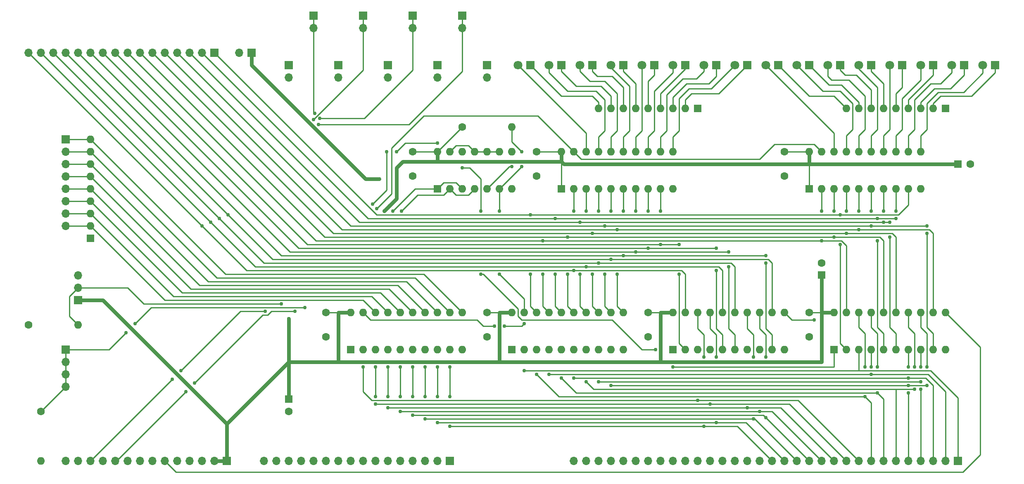
<source format=gtl>
G04 #@! TF.GenerationSoftware,KiCad,Pcbnew,(7.0.0)*
G04 #@! TF.CreationDate,2024-11-17T17:27:16-08:00*
G04 #@! TF.ProjectId,status_word,73746174-7573-45f7-976f-72642e6b6963,rev?*
G04 #@! TF.SameCoordinates,Original*
G04 #@! TF.FileFunction,Copper,L1,Top*
G04 #@! TF.FilePolarity,Positive*
%FSLAX46Y46*%
G04 Gerber Fmt 4.6, Leading zero omitted, Abs format (unit mm)*
G04 Created by KiCad (PCBNEW (7.0.0)) date 2024-11-17 17:27:16*
%MOMM*%
%LPD*%
G01*
G04 APERTURE LIST*
G04 #@! TA.AperFunction,ComponentPad*
%ADD10C,1.600000*%
G04 #@! TD*
G04 #@! TA.AperFunction,ComponentPad*
%ADD11O,1.600000X1.600000*%
G04 #@! TD*
G04 #@! TA.AperFunction,ComponentPad*
%ADD12R,1.700000X1.700000*%
G04 #@! TD*
G04 #@! TA.AperFunction,ComponentPad*
%ADD13O,1.700000X1.700000*%
G04 #@! TD*
G04 #@! TA.AperFunction,ComponentPad*
%ADD14R,1.600000X1.600000*%
G04 #@! TD*
G04 #@! TA.AperFunction,ComponentPad*
%ADD15R,1.800000X1.800000*%
G04 #@! TD*
G04 #@! TA.AperFunction,ComponentPad*
%ADD16C,1.800000*%
G04 #@! TD*
G04 #@! TA.AperFunction,ViaPad*
%ADD17C,0.762000*%
G04 #@! TD*
G04 #@! TA.AperFunction,Conductor*
%ADD18C,0.762000*%
G04 #@! TD*
G04 #@! TA.AperFunction,Conductor*
%ADD19C,0.254000*%
G04 #@! TD*
G04 APERTURE END LIST*
D10*
X147320000Y-119300000D03*
X147320000Y-114300000D03*
X55880000Y-134620000D03*
D11*
X55879999Y-144779999D03*
D12*
X139699999Y-144779999D03*
D13*
X137159999Y-144779999D03*
X134619999Y-144779999D03*
X132079999Y-144779999D03*
X129539999Y-144779999D03*
X126999999Y-144779999D03*
X124459999Y-144779999D03*
X121919999Y-144779999D03*
X119379999Y-144779999D03*
X116839999Y-144779999D03*
X114299999Y-144779999D03*
X111759999Y-144779999D03*
X109219999Y-144779999D03*
X106679999Y-144779999D03*
X104139999Y-144779999D03*
X101599999Y-144779999D03*
D14*
X215899999Y-106639999D03*
D10*
X215900000Y-104140000D03*
D14*
X152399999Y-121919999D03*
D11*
X154939999Y-121919999D03*
X157479999Y-121919999D03*
X160019999Y-121919999D03*
X162559999Y-121919999D03*
X165099999Y-121919999D03*
X167639999Y-121919999D03*
X170179999Y-121919999D03*
X172719999Y-121919999D03*
X175259999Y-121919999D03*
X175259999Y-114299999D03*
X172719999Y-114299999D03*
X170179999Y-114299999D03*
X167639999Y-114299999D03*
X165099999Y-114299999D03*
X162559999Y-114299999D03*
X160019999Y-114299999D03*
X157479999Y-114299999D03*
X154939999Y-114299999D03*
X152399999Y-114299999D03*
D12*
X132079999Y-53339999D03*
D13*
X132079999Y-55879999D03*
D12*
X106679999Y-63499999D03*
D13*
X106679999Y-66039999D03*
D15*
X194309999Y-63499999D03*
D16*
X191770000Y-63500000D03*
D14*
X185419999Y-121919999D03*
D11*
X187959999Y-121919999D03*
X190499999Y-121919999D03*
X193039999Y-121919999D03*
X195579999Y-121919999D03*
X198119999Y-121919999D03*
X200659999Y-121919999D03*
X203199999Y-121919999D03*
X205739999Y-121919999D03*
X208279999Y-121919999D03*
X208279999Y-114299999D03*
X205739999Y-114299999D03*
X203199999Y-114299999D03*
X200659999Y-114299999D03*
X198119999Y-114299999D03*
X195579999Y-114299999D03*
X193039999Y-114299999D03*
X190499999Y-114299999D03*
X187959999Y-114299999D03*
X185419999Y-114299999D03*
D15*
X213359999Y-63499999D03*
D16*
X210820000Y-63500000D03*
D15*
X226059999Y-63499999D03*
D16*
X223520000Y-63500000D03*
D12*
X60959999Y-121919999D03*
D13*
X60959999Y-124459999D03*
X60959999Y-126999999D03*
X60959999Y-129539999D03*
D10*
X53340000Y-116840000D03*
D11*
X63499999Y-116839999D03*
D12*
X91439999Y-60959999D03*
D13*
X88899999Y-60959999D03*
X86359999Y-60959999D03*
X83819999Y-60959999D03*
X81279999Y-60959999D03*
X78739999Y-60959999D03*
X76199999Y-60959999D03*
X73659999Y-60959999D03*
X71119999Y-60959999D03*
X68579999Y-60959999D03*
X66039999Y-60959999D03*
X63499999Y-60959999D03*
X60959999Y-60959999D03*
X58419999Y-60959999D03*
X55879999Y-60959999D03*
X53339999Y-60959999D03*
D12*
X60959999Y-78739999D03*
D13*
X60959999Y-81279999D03*
X60959999Y-83819999D03*
X60959999Y-86359999D03*
X60959999Y-88899999D03*
X60959999Y-91439999D03*
X60959999Y-93979999D03*
X60959999Y-96519999D03*
D15*
X245109999Y-63499999D03*
D16*
X242570000Y-63500000D03*
D12*
X147319999Y-63499999D03*
D13*
X147319999Y-66039999D03*
D14*
X190499999Y-72389999D03*
D11*
X187959999Y-72389999D03*
X185419999Y-72389999D03*
X182879999Y-72389999D03*
X180339999Y-72389999D03*
X177799999Y-72389999D03*
X175259999Y-72389999D03*
X172719999Y-72389999D03*
X170179999Y-72389999D03*
D12*
X111759999Y-53339999D03*
D13*
X111759999Y-55879999D03*
D14*
X162559999Y-88899999D03*
D11*
X165099999Y-88899999D03*
X167639999Y-88899999D03*
X170179999Y-88899999D03*
X172719999Y-88899999D03*
X175259999Y-88899999D03*
X177799999Y-88899999D03*
X180339999Y-88899999D03*
X182879999Y-88899999D03*
X185419999Y-88899999D03*
X185419999Y-81279999D03*
X182879999Y-81279999D03*
X180339999Y-81279999D03*
X177799999Y-81279999D03*
X175259999Y-81279999D03*
X172719999Y-81279999D03*
X170179999Y-81279999D03*
X167639999Y-81279999D03*
X165099999Y-81279999D03*
X162559999Y-81279999D03*
D15*
X156209999Y-63499999D03*
D16*
X153670000Y-63500000D03*
D14*
X213359999Y-88899999D03*
D11*
X215899999Y-88899999D03*
X218439999Y-88899999D03*
X220979999Y-88899999D03*
X223519999Y-88899999D03*
X226059999Y-88899999D03*
X228599999Y-88899999D03*
X231139999Y-88899999D03*
X233679999Y-88899999D03*
X236219999Y-88899999D03*
X236219999Y-81279999D03*
X233679999Y-81279999D03*
X231139999Y-81279999D03*
X228599999Y-81279999D03*
X226059999Y-81279999D03*
X223519999Y-81279999D03*
X220979999Y-81279999D03*
X218439999Y-81279999D03*
X215899999Y-81279999D03*
X213359999Y-81279999D03*
D15*
X168909999Y-63499999D03*
D16*
X166370000Y-63500000D03*
D14*
X119379999Y-121919999D03*
D11*
X121919999Y-121919999D03*
X124459999Y-121919999D03*
X126999999Y-121919999D03*
X129539999Y-121919999D03*
X132079999Y-121919999D03*
X134619999Y-121919999D03*
X137159999Y-121919999D03*
X139699999Y-121919999D03*
X142239999Y-121919999D03*
X142239999Y-114299999D03*
X139699999Y-114299999D03*
X137159999Y-114299999D03*
X134619999Y-114299999D03*
X132079999Y-114299999D03*
X129539999Y-114299999D03*
X126999999Y-114299999D03*
X124459999Y-114299999D03*
X121919999Y-114299999D03*
X119379999Y-114299999D03*
D10*
X157480000Y-86280000D03*
X157480000Y-81280000D03*
D15*
X200659999Y-63499999D03*
D16*
X198120000Y-63500000D03*
D12*
X142239999Y-53339999D03*
D13*
X142239999Y-55879999D03*
D10*
X142240000Y-76200000D03*
D11*
X152399999Y-76199999D03*
D12*
X93979999Y-144779999D03*
D13*
X91439999Y-144779999D03*
X88899999Y-144779999D03*
X86359999Y-144779999D03*
X83819999Y-144779999D03*
X81279999Y-144779999D03*
X78739999Y-144779999D03*
X76199999Y-144779999D03*
X73659999Y-144779999D03*
X71119999Y-144779999D03*
X68579999Y-144779999D03*
X66039999Y-144779999D03*
X63499999Y-144779999D03*
X60959999Y-144779999D03*
D15*
X175259999Y-63499999D03*
D16*
X172720000Y-63500000D03*
D14*
X106679999Y-132119999D03*
D10*
X106680000Y-134620000D03*
X213360000Y-119300000D03*
X213360000Y-114300000D03*
D15*
X219709999Y-63499999D03*
D16*
X217170000Y-63500000D03*
D15*
X162559999Y-63499999D03*
D16*
X160020000Y-63500000D03*
D12*
X116839999Y-63499999D03*
D13*
X116839999Y-66039999D03*
D15*
X181609999Y-63499999D03*
D16*
X179070000Y-63500000D03*
D12*
X99059999Y-60959999D03*
D13*
X96519999Y-60959999D03*
D10*
X208280000Y-86280000D03*
X208280000Y-81280000D03*
D14*
X137159999Y-88899999D03*
D11*
X139699999Y-88899999D03*
X142239999Y-88899999D03*
X144779999Y-88899999D03*
X147319999Y-88899999D03*
X149859999Y-88899999D03*
X152399999Y-88899999D03*
X152399999Y-81279999D03*
X149859999Y-81279999D03*
X147319999Y-81279999D03*
X144779999Y-81279999D03*
X142239999Y-81279999D03*
X139699999Y-81279999D03*
X137159999Y-81279999D03*
D10*
X114300000Y-119300000D03*
X114300000Y-114300000D03*
D14*
X241299999Y-72389999D03*
D11*
X238759999Y-72389999D03*
X236219999Y-72389999D03*
X233679999Y-72389999D03*
X231139999Y-72389999D03*
X228599999Y-72389999D03*
X226059999Y-72389999D03*
X223519999Y-72389999D03*
X220979999Y-72389999D03*
D15*
X207009999Y-63499999D03*
D16*
X204470000Y-63500000D03*
D14*
X218439999Y-121919999D03*
D11*
X220979999Y-121919999D03*
X223519999Y-121919999D03*
X226059999Y-121919999D03*
X228599999Y-121919999D03*
X231139999Y-121919999D03*
X233679999Y-121919999D03*
X236219999Y-121919999D03*
X238759999Y-121919999D03*
X241299999Y-121919999D03*
X241299999Y-114299999D03*
X238759999Y-114299999D03*
X236219999Y-114299999D03*
X233679999Y-114299999D03*
X231139999Y-114299999D03*
X228599999Y-114299999D03*
X226059999Y-114299999D03*
X223519999Y-114299999D03*
X220979999Y-114299999D03*
X218439999Y-114299999D03*
D15*
X232409999Y-63499999D03*
D16*
X229870000Y-63500000D03*
D12*
X126999999Y-63499999D03*
D13*
X126999999Y-66039999D03*
D15*
X251459999Y-63499999D03*
D16*
X248920000Y-63500000D03*
D10*
X132080000Y-81280000D03*
X132080000Y-86280000D03*
D15*
X187959999Y-63499999D03*
D16*
X185420000Y-63500000D03*
D12*
X121919999Y-53339999D03*
D13*
X121919999Y-55879999D03*
D14*
X243839999Y-83819999D03*
D10*
X246340000Y-83820000D03*
D15*
X238759999Y-63499999D03*
D16*
X236220000Y-63500000D03*
D12*
X137159999Y-63499999D03*
D13*
X137159999Y-66039999D03*
D12*
X243839999Y-144779999D03*
D13*
X241299999Y-144779999D03*
X238759999Y-144779999D03*
X236219999Y-144779999D03*
X233679999Y-144779999D03*
X231139999Y-144779999D03*
X228599999Y-144779999D03*
X226059999Y-144779999D03*
X223519999Y-144779999D03*
X220979999Y-144779999D03*
X218439999Y-144779999D03*
X215899999Y-144779999D03*
X213359999Y-144779999D03*
X210819999Y-144779999D03*
X208279999Y-144779999D03*
X205739999Y-144779999D03*
X203199999Y-144779999D03*
X200659999Y-144779999D03*
X198119999Y-144779999D03*
X195579999Y-144779999D03*
X193039999Y-144779999D03*
X190499999Y-144779999D03*
X187959999Y-144779999D03*
X185419999Y-144779999D03*
X182879999Y-144779999D03*
X180339999Y-144779999D03*
X177799999Y-144779999D03*
X175259999Y-144779999D03*
X172719999Y-144779999D03*
X170179999Y-144779999D03*
X167639999Y-144779999D03*
X165099999Y-144779999D03*
D14*
X66039999Y-99059999D03*
D11*
X66039999Y-96519999D03*
X66039999Y-93979999D03*
X66039999Y-91439999D03*
X66039999Y-88899999D03*
X66039999Y-86359999D03*
X66039999Y-83819999D03*
X66039999Y-81279999D03*
X66039999Y-78739999D03*
D12*
X63499999Y-111759999D03*
D13*
X63499999Y-109219999D03*
X63499999Y-106679999D03*
D10*
X180340000Y-119300000D03*
X180340000Y-114300000D03*
D17*
X106680000Y-115570000D03*
X126238000Y-93472000D03*
X128778000Y-86868000D03*
X128778000Y-88138000D03*
X125222000Y-86868000D03*
X106680000Y-116840000D03*
X127254000Y-92456000D03*
X123952000Y-86868000D03*
X154940000Y-126238000D03*
X226060000Y-127000000D03*
X160020000Y-127000000D03*
X226060000Y-125476000D03*
X165100000Y-127762000D03*
X233680000Y-127762000D03*
X233680000Y-125476000D03*
X236220000Y-130048000D03*
X236220000Y-125476000D03*
X236220000Y-128524000D03*
X170180000Y-128524000D03*
X237490000Y-129286000D03*
X237490000Y-125476000D03*
X172720000Y-129286000D03*
X233680000Y-129286000D03*
X233680000Y-130810000D03*
X234950000Y-130048000D03*
X167640000Y-128524000D03*
X234950000Y-125476000D03*
X162560000Y-127762000D03*
X227330000Y-125476000D03*
X227330000Y-130810000D03*
X157480000Y-127000000D03*
X224790000Y-131572000D03*
X224790000Y-125476000D03*
X190500000Y-132334000D03*
X121920000Y-125476000D03*
X124460000Y-131572000D03*
X124460000Y-133096000D03*
X193040000Y-133096000D03*
X124460000Y-125476000D03*
X200660000Y-133858000D03*
X127000000Y-125476000D03*
X127000000Y-133858000D03*
X127000000Y-131572000D03*
X129540000Y-131572000D03*
X129540000Y-125476000D03*
X203200000Y-134620000D03*
X129540000Y-134620000D03*
X204470000Y-135890000D03*
X204470000Y-123444000D03*
X132080000Y-135382000D03*
X132080000Y-125476000D03*
X132080000Y-131572000D03*
X134620000Y-131572000D03*
X134620000Y-125476000D03*
X134620000Y-136144000D03*
X201930000Y-136144000D03*
X201930000Y-123444000D03*
X194310000Y-136906000D03*
X137160000Y-125476000D03*
X137160000Y-131572000D03*
X194310000Y-123444000D03*
X137160000Y-136906000D03*
X191770000Y-137668000D03*
X139700000Y-131572000D03*
X139700000Y-125476000D03*
X139700000Y-137668000D03*
X191770000Y-123444000D03*
X214376000Y-115824000D03*
X156210000Y-94234000D03*
X219710000Y-100330000D03*
X156210000Y-106426000D03*
X219710000Y-94234000D03*
X161290000Y-106426000D03*
X227330000Y-94996000D03*
X231140000Y-94996000D03*
X161290000Y-94996000D03*
X231140000Y-93472000D03*
X227330000Y-99568000D03*
X229870000Y-98806000D03*
X166370000Y-95758000D03*
X228600000Y-95758000D03*
X229870000Y-95758000D03*
X166370000Y-106426000D03*
X228600000Y-93472000D03*
X237490000Y-96520000D03*
X226060000Y-93472000D03*
X237490000Y-98044000D03*
X226060000Y-96520000D03*
X171450000Y-96520000D03*
X171450000Y-106426000D03*
X223520000Y-93472000D03*
X173990000Y-97282000D03*
X223520000Y-97282000D03*
X173990000Y-106426000D03*
X168910000Y-106426000D03*
X220980000Y-98044000D03*
X168910000Y-98044000D03*
X220980000Y-93472000D03*
X163830000Y-106426000D03*
X218440000Y-93472000D03*
X218440000Y-98806000D03*
X163830000Y-98806000D03*
X215900000Y-99568000D03*
X158750000Y-99568000D03*
X158750000Y-106426000D03*
X215900000Y-93472000D03*
X186690000Y-100330000D03*
X186690000Y-106426000D03*
X182880000Y-100330000D03*
X182880000Y-93472000D03*
X194310000Y-105664000D03*
X180340000Y-93472000D03*
X180340000Y-101092000D03*
X194310000Y-101092000D03*
X177800000Y-93472000D03*
X177800000Y-101854000D03*
X196850000Y-104902000D03*
X196850000Y-101854000D03*
X204470000Y-102616000D03*
X204470000Y-104140000D03*
X175260000Y-102616000D03*
X175260000Y-93472000D03*
X112776000Y-75692000D03*
X94234000Y-94234000D03*
X172720000Y-93472000D03*
X172720000Y-103378000D03*
X170180000Y-104140000D03*
X92456000Y-94996000D03*
X170180000Y-93472000D03*
X113030000Y-74422000D03*
X167640000Y-104902000D03*
X111760000Y-74676000D03*
X167640000Y-93472000D03*
X90678000Y-95758000D03*
X85598000Y-130556000D03*
X128016000Y-93472000D03*
X107950000Y-114046000D03*
X87376000Y-128778000D03*
X137160000Y-79502000D03*
X101854000Y-114046000D03*
X82804000Y-128016000D03*
X126746000Y-81280000D03*
X84582000Y-126238000D03*
X128778000Y-81280000D03*
X123825000Y-92075000D03*
X112014000Y-73406000D03*
X165100000Y-93472000D03*
X165100000Y-105664000D03*
X88900000Y-96520000D03*
X129794000Y-93472000D03*
X109982000Y-113284000D03*
X73279000Y-118491000D03*
X75184000Y-116586000D03*
X105156000Y-112522000D03*
X124714000Y-92964000D03*
X148844000Y-117094000D03*
X149860000Y-93472000D03*
X154432000Y-84328000D03*
X154940000Y-116586000D03*
X154432000Y-81280000D03*
X150876000Y-117094000D03*
X149860000Y-106426000D03*
X152400000Y-84328000D03*
X181864000Y-121920000D03*
X146050000Y-106426000D03*
X146050000Y-93472000D03*
X185420000Y-125476000D03*
X142240000Y-84582000D03*
D18*
X126238000Y-93472000D02*
X128778000Y-90932000D01*
X162560000Y-83312000D02*
X162560000Y-81280000D01*
D19*
X114300000Y-114300000D02*
X116840000Y-114300000D01*
D18*
X93980000Y-144780000D02*
X93980000Y-137160000D01*
X106680000Y-124460000D02*
X116840000Y-124460000D01*
X122428000Y-86868000D02*
X123952000Y-86868000D01*
X123952000Y-86868000D02*
X125222000Y-86868000D01*
X91440000Y-144780000D02*
X93980000Y-144780000D01*
X215900000Y-114300000D02*
X218440000Y-114300000D01*
X182880000Y-114300000D02*
X185420000Y-114300000D01*
X128778000Y-90932000D02*
X128778000Y-86868000D01*
X116840000Y-124460000D02*
X149860000Y-124460000D01*
X182880000Y-124206000D02*
X182880000Y-114300000D01*
D19*
X132080000Y-81280000D02*
X137160000Y-81280000D01*
D18*
X162560000Y-83312000D02*
X163068000Y-83820000D01*
D19*
X157480000Y-81280000D02*
X162560000Y-81280000D01*
D18*
X128778000Y-84582000D02*
X130048000Y-83312000D01*
X106680000Y-124460000D02*
X106680000Y-132120000D01*
X182626000Y-124460000D02*
X215900000Y-124460000D01*
X130048000Y-83312000D02*
X137160000Y-83312000D01*
D19*
X147320000Y-114300000D02*
X149860000Y-114300000D01*
D18*
X213360000Y-83820000D02*
X213360000Y-81280000D01*
X215900000Y-124460000D02*
X215900000Y-114300000D01*
X182626000Y-124460000D02*
X182880000Y-124206000D01*
D19*
X137160000Y-81280000D02*
X142240000Y-76200000D01*
X213360000Y-88900000D02*
X213360000Y-83820000D01*
D18*
X149860000Y-114300000D02*
X152400000Y-114300000D01*
X137160000Y-83312000D02*
X162560000Y-83312000D01*
X99060000Y-63500000D02*
X122428000Y-86868000D01*
X93980000Y-137160000D02*
X68580000Y-111760000D01*
D19*
X208280000Y-81280000D02*
X213360000Y-81280000D01*
D18*
X99060000Y-60960000D02*
X99060000Y-63500000D01*
D19*
X162560000Y-88900000D02*
X162560000Y-83312000D01*
D18*
X93980000Y-137160000D02*
X106680000Y-124460000D01*
X163068000Y-83820000D02*
X213360000Y-83820000D01*
X137160000Y-83312000D02*
X137160000Y-81280000D01*
X149860000Y-124460000D02*
X182626000Y-124460000D01*
X116840000Y-124460000D02*
X116840000Y-114300000D01*
X106680000Y-124460000D02*
X106680000Y-115570000D01*
X215900000Y-114300000D02*
X215900000Y-106640000D01*
X116840000Y-114300000D02*
X119380000Y-114300000D01*
X68580000Y-111760000D02*
X63500000Y-111760000D01*
D19*
X213360000Y-114300000D02*
X215900000Y-114300000D01*
X180340000Y-114300000D02*
X182880000Y-114300000D01*
D18*
X213360000Y-83820000D02*
X243840000Y-83820000D01*
X128778000Y-86868000D02*
X128778000Y-84582000D01*
X149860000Y-124460000D02*
X149860000Y-114300000D01*
D19*
X243840000Y-131826000D02*
X238252000Y-126238000D01*
X223520000Y-121920000D02*
X223520000Y-126238000D01*
X223520000Y-126238000D02*
X154940000Y-126238000D01*
X238252000Y-126238000D02*
X223520000Y-126238000D01*
X243840000Y-144780000D02*
X243840000Y-131826000D01*
X237744000Y-127000000D02*
X241300000Y-130556000D01*
X241300000Y-130556000D02*
X241300000Y-144780000D01*
X226060000Y-127000000D02*
X160020000Y-127000000D01*
X226060000Y-121920000D02*
X226060000Y-125476000D01*
X226060000Y-127000000D02*
X237744000Y-127000000D01*
X233680000Y-121920000D02*
X233680000Y-125476000D01*
X238760000Y-144780000D02*
X238760000Y-129286000D01*
X237236000Y-127762000D02*
X233680000Y-127762000D01*
X233680000Y-127762000D02*
X165100000Y-127762000D01*
X238760000Y-129286000D02*
X237236000Y-127762000D01*
X236220000Y-144780000D02*
X236220000Y-130048000D01*
X236220000Y-128524000D02*
X170180000Y-128524000D01*
X236220000Y-121920000D02*
X236220000Y-125476000D01*
X233680000Y-129286000D02*
X172720000Y-129286000D01*
X236220000Y-117348000D02*
X237490000Y-118618000D01*
X236220000Y-114300000D02*
X236220000Y-117348000D01*
X233680000Y-131826000D02*
X233680000Y-130810000D01*
X233680000Y-144780000D02*
X233680000Y-131826000D01*
X237490000Y-118618000D02*
X237490000Y-125476000D01*
X237490000Y-129286000D02*
X233680000Y-129286000D01*
X167640000Y-128524000D02*
X169164000Y-130048000D01*
X233680000Y-117348000D02*
X234950000Y-118618000D01*
X169164000Y-130048000D02*
X231140000Y-130048000D01*
X234950000Y-118618000D02*
X234950000Y-122936000D01*
X231140000Y-130048000D02*
X234950000Y-130048000D01*
X233680000Y-114300000D02*
X233680000Y-117348000D01*
X234950000Y-122936000D02*
X234950000Y-125476000D01*
X231140000Y-144780000D02*
X231140000Y-130048000D01*
X227330000Y-118618000D02*
X227330000Y-122936000D01*
X226060000Y-114300000D02*
X226060000Y-117348000D01*
X228600000Y-132080000D02*
X227330000Y-130810000D01*
X162560000Y-127762000D02*
X165608000Y-130810000D01*
X165608000Y-130810000D02*
X227330000Y-130810000D01*
X228600000Y-144780000D02*
X228600000Y-132080000D01*
X226060000Y-117348000D02*
X227330000Y-118618000D01*
X227330000Y-122936000D02*
X227330000Y-125476000D01*
X224790000Y-118618000D02*
X224790000Y-122936000D01*
X223520000Y-114300000D02*
X223520000Y-117348000D01*
X162052000Y-131572000D02*
X224790000Y-131572000D01*
X224790000Y-122936000D02*
X224790000Y-125476000D01*
X223520000Y-117348000D02*
X224790000Y-118618000D01*
X226060000Y-132842000D02*
X224790000Y-131572000D01*
X226060000Y-144780000D02*
X226060000Y-132842000D01*
X157480000Y-127000000D02*
X162052000Y-131572000D01*
X123698000Y-132334000D02*
X121920000Y-130556000D01*
X190500000Y-132334000D02*
X123698000Y-132334000D01*
X121920000Y-130556000D02*
X121920000Y-125476000D01*
X211074000Y-132334000D02*
X223520000Y-144780000D01*
X190500000Y-132334000D02*
X211074000Y-132334000D01*
X209296000Y-133096000D02*
X193040000Y-133096000D01*
X124460000Y-125476000D02*
X124460000Y-131572000D01*
X220980000Y-144780000D02*
X209296000Y-133096000D01*
X193040000Y-133096000D02*
X124460000Y-133096000D01*
X200660000Y-133858000D02*
X127000000Y-133858000D01*
X218440000Y-144780000D02*
X207518000Y-133858000D01*
X207518000Y-133858000D02*
X200660000Y-133858000D01*
X127000000Y-125476000D02*
X127000000Y-131572000D01*
X203200000Y-134620000D02*
X129540000Y-134620000D01*
X129540000Y-125476000D02*
X129540000Y-131572000D01*
X205740000Y-134620000D02*
X203200000Y-134620000D01*
X215900000Y-144780000D02*
X205740000Y-134620000D01*
X132080000Y-135382000D02*
X203962000Y-135382000D01*
X203962000Y-135382000D02*
X204470000Y-135890000D01*
X132080000Y-125476000D02*
X132080000Y-131572000D01*
X204470000Y-123444000D02*
X204470000Y-118872000D01*
X203200000Y-117602000D02*
X203200000Y-114300000D01*
X204470000Y-135890000D02*
X213360000Y-144780000D01*
X204470000Y-118872000D02*
X203200000Y-117602000D01*
X200660000Y-117602000D02*
X200660000Y-114300000D01*
X201930000Y-123444000D02*
X201930000Y-118872000D01*
X134620000Y-125476000D02*
X134620000Y-131572000D01*
X201930000Y-136144000D02*
X202184000Y-136144000D01*
X134620000Y-136144000D02*
X201930000Y-136144000D01*
X202184000Y-136144000D02*
X210820000Y-144780000D01*
X201930000Y-118872000D02*
X200660000Y-117602000D01*
X137160000Y-125476000D02*
X137160000Y-131572000D01*
X137160000Y-136906000D02*
X194310000Y-136906000D01*
X193040000Y-117602000D02*
X193040000Y-114300000D01*
X194310000Y-123444000D02*
X194310000Y-118872000D01*
X200406000Y-136906000D02*
X208280000Y-144780000D01*
X194310000Y-136906000D02*
X200406000Y-136906000D01*
X194310000Y-118872000D02*
X193040000Y-117602000D01*
X191770000Y-137668000D02*
X198628000Y-137668000D01*
X190500000Y-117602000D02*
X190500000Y-114300000D01*
X139700000Y-125476000D02*
X139700000Y-131572000D01*
X198628000Y-137668000D02*
X205740000Y-144780000D01*
X191770000Y-123444000D02*
X191770000Y-118872000D01*
X139700000Y-137668000D02*
X191770000Y-137668000D01*
X191770000Y-118872000D02*
X190500000Y-117602000D01*
X246634000Y-69850000D02*
X251460000Y-65024000D01*
X251460000Y-65024000D02*
X251460000Y-63500000D01*
X238760000Y-71374000D02*
X240284000Y-69850000D01*
X238760000Y-72390000D02*
X238760000Y-71374000D01*
X240284000Y-69850000D02*
X246634000Y-69850000D01*
X248920000Y-65151000D02*
X244983000Y-69088000D01*
X239776000Y-69088000D02*
X237490000Y-71374000D01*
X237490000Y-71374000D02*
X237490000Y-76708000D01*
X244983000Y-69088000D02*
X239776000Y-69088000D01*
X248920000Y-63500000D02*
X248920000Y-65151000D01*
X236220000Y-77978000D02*
X236220000Y-81280000D01*
X237490000Y-76708000D02*
X236220000Y-77978000D01*
X239014000Y-68326000D02*
X236220000Y-71120000D01*
X242316000Y-68326000D02*
X239014000Y-68326000D01*
X236220000Y-71120000D02*
X236220000Y-72390000D01*
X245110000Y-65532000D02*
X242316000Y-68326000D01*
X245110000Y-63500000D02*
X245110000Y-65532000D01*
X240284000Y-67310000D02*
X238252000Y-67310000D01*
X242570000Y-63500000D02*
X242570000Y-65024000D01*
X234950000Y-70612000D02*
X234950000Y-76708000D01*
X238252000Y-67310000D02*
X234950000Y-70612000D01*
X233680000Y-77978000D02*
X233680000Y-81280000D01*
X242570000Y-65024000D02*
X240284000Y-67310000D01*
X234950000Y-76708000D02*
X233680000Y-77978000D01*
X238760000Y-63500000D02*
X238760000Y-65532000D01*
X238760000Y-65532000D02*
X233680000Y-70612000D01*
X233680000Y-70612000D02*
X233680000Y-72390000D01*
X232410000Y-70358000D02*
X232410000Y-76708000D01*
X236220000Y-66548000D02*
X232410000Y-70358000D01*
X232410000Y-76708000D02*
X231140000Y-77978000D01*
X231140000Y-77978000D02*
X231140000Y-81280000D01*
X236220000Y-63500000D02*
X236220000Y-66548000D01*
X232410000Y-63500000D02*
X232410000Y-68072000D01*
X231140000Y-69342000D02*
X231140000Y-72390000D01*
X232410000Y-68072000D02*
X231140000Y-69342000D01*
X228600000Y-77978000D02*
X228600000Y-81280000D01*
X229870000Y-76708000D02*
X228600000Y-77978000D01*
X229870000Y-63500000D02*
X229870000Y-76708000D01*
X226060000Y-63500000D02*
X226060000Y-64770000D01*
X228600000Y-67310000D02*
X228600000Y-72390000D01*
X226060000Y-64770000D02*
X228600000Y-67310000D01*
X227330000Y-76708000D02*
X226060000Y-77978000D01*
X223520000Y-64262000D02*
X227330000Y-68072000D01*
X223520000Y-63500000D02*
X223520000Y-64262000D01*
X227330000Y-68072000D02*
X227330000Y-76708000D01*
X226060000Y-77978000D02*
X226060000Y-81280000D01*
X219710000Y-63500000D02*
X219710000Y-64516000D01*
X219710000Y-64516000D02*
X220726000Y-65532000D01*
X223012000Y-65532000D02*
X226060000Y-68580000D01*
X220726000Y-65532000D02*
X223012000Y-65532000D01*
X226060000Y-68580000D02*
X226060000Y-72390000D01*
X223520000Y-77978000D02*
X223520000Y-81280000D01*
X221488000Y-66548000D02*
X224790000Y-69850000D01*
X217170000Y-65786000D02*
X217932000Y-66548000D01*
X224790000Y-76708000D02*
X223520000Y-77978000D01*
X217932000Y-66548000D02*
X221488000Y-66548000D01*
X224790000Y-69850000D02*
X224790000Y-76708000D01*
X217170000Y-63500000D02*
X217170000Y-65786000D01*
X217424000Y-67564000D02*
X219964000Y-67564000D01*
X219964000Y-67564000D02*
X223520000Y-71120000D01*
X213360000Y-63500000D02*
X217424000Y-67564000D01*
X223520000Y-71120000D02*
X223520000Y-72390000D01*
X222250000Y-76708000D02*
X220980000Y-77978000D01*
X210820000Y-63500000D02*
X216154000Y-68834000D01*
X222250000Y-71374000D02*
X222250000Y-76708000D01*
X219710000Y-68834000D02*
X222250000Y-71374000D01*
X216154000Y-68834000D02*
X219710000Y-68834000D01*
X220980000Y-77978000D02*
X220980000Y-81280000D01*
X218440000Y-69850000D02*
X220980000Y-72390000D01*
X207010000Y-63500000D02*
X213360000Y-69850000D01*
X213360000Y-69850000D02*
X218440000Y-69850000D01*
X218440000Y-77470000D02*
X218440000Y-81280000D01*
X204470000Y-63500000D02*
X218440000Y-77470000D01*
X189230000Y-69342000D02*
X194818000Y-69342000D01*
X194818000Y-69342000D02*
X200660000Y-63500000D01*
X187960000Y-72390000D02*
X187960000Y-70612000D01*
X187960000Y-70612000D02*
X189230000Y-69342000D01*
X198120000Y-63500000D02*
X193294000Y-68326000D01*
X186690000Y-70358000D02*
X186690000Y-76962000D01*
X193294000Y-68326000D02*
X188722000Y-68326000D01*
X186690000Y-76962000D02*
X185420000Y-78232000D01*
X185420000Y-78232000D02*
X185420000Y-81280000D01*
X188722000Y-68326000D02*
X186690000Y-70358000D01*
X241300000Y-114300000D02*
X248412000Y-121412000D01*
X83566000Y-147066000D02*
X81280000Y-144780000D01*
X248412000Y-143510000D02*
X244856000Y-147066000D01*
X248412000Y-121412000D02*
X248412000Y-143510000D01*
X209804000Y-115824000D02*
X208280000Y-114300000D01*
X214376000Y-115824000D02*
X209804000Y-115824000D01*
X244856000Y-147066000D02*
X83566000Y-147066000D01*
X192786000Y-67310000D02*
X194310000Y-65786000D01*
X188214000Y-67310000D02*
X192786000Y-67310000D01*
X185420000Y-70104000D02*
X188214000Y-67310000D01*
X185420000Y-72390000D02*
X185420000Y-70104000D01*
X194310000Y-65786000D02*
X194310000Y-63500000D01*
X184150000Y-76962000D02*
X182880000Y-78232000D01*
X182880000Y-78232000D02*
X182880000Y-81280000D01*
X187452000Y-66294000D02*
X184150000Y-69596000D01*
X184150000Y-69596000D02*
X184150000Y-76962000D01*
X191770000Y-64770000D02*
X190246000Y-66294000D01*
X190246000Y-66294000D02*
X187452000Y-66294000D01*
X191770000Y-63500000D02*
X191770000Y-64770000D01*
X182880000Y-69342000D02*
X187960000Y-64262000D01*
X182880000Y-72390000D02*
X182880000Y-69342000D01*
X187960000Y-64262000D02*
X187960000Y-63500000D01*
X185420000Y-63500000D02*
X185420000Y-65024000D01*
X181610000Y-76962000D02*
X180340000Y-78232000D01*
X180340000Y-78232000D02*
X180340000Y-81280000D01*
X185420000Y-65024000D02*
X181610000Y-68834000D01*
X181610000Y-68834000D02*
X181610000Y-76962000D01*
X181610000Y-63500000D02*
X181610000Y-65532000D01*
X181610000Y-65532000D02*
X180340000Y-66802000D01*
X180340000Y-66802000D02*
X180340000Y-72390000D01*
X177800000Y-78232000D02*
X177800000Y-81280000D01*
X179070000Y-63500000D02*
X179070000Y-76962000D01*
X179070000Y-76962000D02*
X177800000Y-78232000D01*
X175260000Y-64770000D02*
X177800000Y-67310000D01*
X175260000Y-63500000D02*
X175260000Y-64770000D01*
X177800000Y-67310000D02*
X177800000Y-72390000D01*
X172720000Y-63500000D02*
X172720000Y-64008000D01*
X176530000Y-76962000D02*
X175260000Y-78232000D01*
X172720000Y-64008000D02*
X176530000Y-67818000D01*
X175260000Y-78232000D02*
X175260000Y-81280000D01*
X176530000Y-67818000D02*
X176530000Y-76962000D01*
X169926000Y-65786000D02*
X172974000Y-65786000D01*
X168910000Y-64770000D02*
X169926000Y-65786000D01*
X175260000Y-68072000D02*
X175260000Y-72390000D01*
X168910000Y-63500000D02*
X168910000Y-64770000D01*
X172974000Y-65786000D02*
X175260000Y-68072000D01*
X173990000Y-69342000D02*
X173990000Y-76962000D01*
X168402000Y-66802000D02*
X171450000Y-66802000D01*
X172720000Y-78232000D02*
X172720000Y-81280000D01*
X173990000Y-76962000D02*
X172720000Y-78232000D01*
X166370000Y-64770000D02*
X168402000Y-66802000D01*
X166370000Y-63500000D02*
X166370000Y-64770000D01*
X171450000Y-66802000D02*
X173990000Y-69342000D01*
X162560000Y-63500000D02*
X162560000Y-64770000D01*
X172720000Y-69850000D02*
X172720000Y-72390000D01*
X162560000Y-64770000D02*
X165608000Y-67818000D01*
X165608000Y-67818000D02*
X170688000Y-67818000D01*
X170688000Y-67818000D02*
X172720000Y-69850000D01*
X171450000Y-70612000D02*
X171450000Y-76962000D01*
X169672000Y-68834000D02*
X171450000Y-70612000D01*
X163830000Y-68834000D02*
X169672000Y-68834000D01*
X160020000Y-65024000D02*
X163830000Y-68834000D01*
X170180000Y-78232000D02*
X170180000Y-81280000D01*
X160020000Y-63500000D02*
X160020000Y-65024000D01*
X171450000Y-76962000D02*
X170180000Y-78232000D01*
X170180000Y-71120000D02*
X170180000Y-72390000D01*
X156210000Y-63500000D02*
X162560000Y-69850000D01*
X168910000Y-69850000D02*
X170180000Y-71120000D01*
X162560000Y-69850000D02*
X168910000Y-69850000D01*
X153670000Y-63500000D02*
X167640000Y-77470000D01*
X167640000Y-77470000D02*
X167640000Y-81280000D01*
X157480000Y-114300000D02*
X156210000Y-113030000D01*
X233680000Y-88900000D02*
X233680000Y-92202000D01*
X220980000Y-121920000D02*
X219710000Y-120650000D01*
X91440000Y-60960000D02*
X124714000Y-94234000D01*
X231648000Y-94234000D02*
X219710000Y-94234000D01*
X233680000Y-92202000D02*
X231648000Y-94234000D01*
X219710000Y-120650000D02*
X219710000Y-100330000D01*
X124714000Y-94234000D02*
X156210000Y-94234000D01*
X219710000Y-94234000D02*
X156210000Y-94234000D01*
X156210000Y-113030000D02*
X156210000Y-106426000D01*
X161290000Y-94996000D02*
X122936000Y-94996000D01*
X227330000Y-117348000D02*
X227330000Y-99568000D01*
X162560000Y-114300000D02*
X161290000Y-113030000D01*
X227330000Y-94996000D02*
X161290000Y-94996000D01*
X228600000Y-118618000D02*
X227330000Y-117348000D01*
X231140000Y-94996000D02*
X227330000Y-94996000D01*
X231140000Y-88900000D02*
X231140000Y-93472000D01*
X122936000Y-94996000D02*
X88900000Y-60960000D01*
X228600000Y-121920000D02*
X228600000Y-118618000D01*
X161290000Y-113030000D02*
X161290000Y-106426000D01*
X167640000Y-114300000D02*
X166370000Y-113030000D01*
X231140000Y-121920000D02*
X231140000Y-118618000D01*
X229870000Y-95758000D02*
X228600000Y-95758000D01*
X229870000Y-117348000D02*
X229870000Y-98806000D01*
X228600000Y-95758000D02*
X166370000Y-95758000D01*
X86360000Y-60960000D02*
X121158000Y-95758000D01*
X228600000Y-88900000D02*
X228600000Y-93472000D01*
X231140000Y-118618000D02*
X229870000Y-117348000D01*
X166370000Y-113030000D02*
X166370000Y-112776000D01*
X121158000Y-95758000D02*
X166370000Y-95758000D01*
X166370000Y-112776000D02*
X166370000Y-106426000D01*
X226060000Y-96520000D02*
X171450000Y-96520000D01*
X171450000Y-113030000D02*
X172720000Y-114300000D01*
X237490000Y-117348000D02*
X237490000Y-98044000D01*
X171450000Y-106426000D02*
X171450000Y-113030000D01*
X238760000Y-121920000D02*
X238760000Y-118618000D01*
X238760000Y-118618000D02*
X237490000Y-117348000D01*
X171450000Y-96520000D02*
X119380000Y-96520000D01*
X237490000Y-96520000D02*
X226060000Y-96520000D01*
X226060000Y-88900000D02*
X226060000Y-93472000D01*
X119380000Y-96520000D02*
X83820000Y-60960000D01*
X238760000Y-98044000D02*
X237998000Y-97282000D01*
X81280000Y-60960000D02*
X117602000Y-97282000D01*
X223520000Y-97282000D02*
X173990000Y-97282000D01*
X223520000Y-88900000D02*
X223520000Y-93472000D01*
X238760000Y-113538000D02*
X238760000Y-98044000D01*
X237998000Y-97282000D02*
X223520000Y-97282000D01*
X173990000Y-106426000D02*
X173990000Y-113030000D01*
X173990000Y-113030000D02*
X175260000Y-114300000D01*
X117602000Y-97282000D02*
X173990000Y-97282000D01*
X170180000Y-114300000D02*
X168910000Y-113030000D01*
X220980000Y-88900000D02*
X220980000Y-93472000D01*
X230378000Y-98044000D02*
X220980000Y-98044000D01*
X115824000Y-98044000D02*
X168910000Y-98044000D01*
X231140000Y-114300000D02*
X231140000Y-98806000D01*
X78740000Y-60960000D02*
X115824000Y-98044000D01*
X168910000Y-113030000D02*
X168910000Y-106426000D01*
X220980000Y-98044000D02*
X168910000Y-98044000D01*
X231140000Y-98806000D02*
X230378000Y-98044000D01*
X227838000Y-98806000D02*
X218440000Y-98806000D01*
X163830000Y-113030000D02*
X163830000Y-106426000D01*
X163830000Y-98806000D02*
X114046000Y-98806000D01*
X228600000Y-114300000D02*
X228600000Y-99568000D01*
X114046000Y-98806000D02*
X76200000Y-60960000D01*
X228600000Y-99568000D02*
X227838000Y-98806000D01*
X165100000Y-114300000D02*
X163830000Y-113030000D01*
X218440000Y-98806000D02*
X163830000Y-98806000D01*
X218440000Y-88900000D02*
X218440000Y-93472000D01*
X158750000Y-113030000D02*
X158750000Y-106426000D01*
X73660000Y-60960000D02*
X112268000Y-99568000D01*
X215900000Y-99568000D02*
X158750000Y-99568000D01*
X160020000Y-114300000D02*
X158750000Y-113030000D01*
X215900000Y-88900000D02*
X215900000Y-93472000D01*
X219964000Y-99568000D02*
X215900000Y-99568000D01*
X220980000Y-100584000D02*
X219964000Y-99568000D01*
X112268000Y-99568000D02*
X158750000Y-99568000D01*
X220980000Y-114300000D02*
X220980000Y-100584000D01*
X110490000Y-100330000D02*
X182880000Y-100330000D01*
X187960000Y-121920000D02*
X186690000Y-120650000D01*
X182880000Y-88900000D02*
X182880000Y-93472000D01*
X182880000Y-100330000D02*
X186690000Y-100330000D01*
X71120000Y-60960000D02*
X110490000Y-100330000D01*
X186690000Y-120650000D02*
X186690000Y-106426000D01*
X194310000Y-111760000D02*
X194310000Y-105664000D01*
X194310000Y-117602000D02*
X194310000Y-111760000D01*
X180340000Y-88900000D02*
X180340000Y-93472000D01*
X180340000Y-101092000D02*
X194310000Y-101092000D01*
X108712000Y-101092000D02*
X68580000Y-60960000D01*
X195580000Y-121920000D02*
X195580000Y-118872000D01*
X195580000Y-118872000D02*
X194310000Y-117602000D01*
X180340000Y-101092000D02*
X108712000Y-101092000D01*
X177800000Y-88900000D02*
X177800000Y-93472000D01*
X198120000Y-118872000D02*
X196850000Y-117602000D01*
X106934000Y-101854000D02*
X177800000Y-101854000D01*
X196850000Y-111760000D02*
X196850000Y-104902000D01*
X177800000Y-101854000D02*
X196850000Y-101854000D01*
X66040000Y-60960000D02*
X106934000Y-101854000D01*
X196850000Y-117602000D02*
X196850000Y-111760000D01*
X198120000Y-121920000D02*
X198120000Y-118872000D01*
X175260000Y-102616000D02*
X204470000Y-102616000D01*
X175260000Y-88900000D02*
X175260000Y-93472000D01*
X105156000Y-102616000D02*
X63500000Y-60960000D01*
X204470000Y-111760000D02*
X204470000Y-104140000D01*
X205740000Y-118872000D02*
X204470000Y-117602000D01*
X204470000Y-117602000D02*
X204470000Y-111760000D01*
X175260000Y-102616000D02*
X105156000Y-102616000D01*
X205740000Y-121920000D02*
X205740000Y-118872000D01*
X94234000Y-94234000D02*
X103378000Y-103378000D01*
X205740000Y-104140000D02*
X204978000Y-103378000D01*
X172720000Y-88900000D02*
X172720000Y-93472000D01*
X142240000Y-53340000D02*
X142240000Y-55880000D01*
X131318000Y-75692000D02*
X142240000Y-64770000D01*
X112776000Y-75692000D02*
X131318000Y-75692000D01*
X205740000Y-114300000D02*
X205740000Y-104140000D01*
X103378000Y-103378000D02*
X172720000Y-103378000D01*
X204978000Y-103378000D02*
X172720000Y-103378000D01*
X142240000Y-64770000D02*
X142240000Y-55880000D01*
X60960000Y-60960000D02*
X94234000Y-94234000D01*
X132080000Y-53340000D02*
X132080000Y-55880000D01*
X122174000Y-74422000D02*
X132080000Y-64516000D01*
X92456000Y-94996000D02*
X101600000Y-104140000D01*
X132080000Y-64516000D02*
X132080000Y-55880000D01*
X198120000Y-114300000D02*
X198120000Y-104902000D01*
X113030000Y-74422000D02*
X122174000Y-74422000D01*
X101600000Y-104140000D02*
X170180000Y-104140000D01*
X197358000Y-104140000D02*
X170180000Y-104140000D01*
X170180000Y-93472000D02*
X170180000Y-88900000D01*
X198120000Y-104902000D02*
X197358000Y-104140000D01*
X92456000Y-94996000D02*
X58420000Y-60960000D01*
X121920000Y-53340000D02*
X121920000Y-55880000D01*
X167640000Y-88900000D02*
X167640000Y-93472000D01*
X195580000Y-105664000D02*
X194818000Y-104902000D01*
X99822000Y-104902000D02*
X167640000Y-104902000D01*
X195580000Y-114300000D02*
X195580000Y-105664000D01*
X111760000Y-74676000D02*
X121920000Y-64516000D01*
X90678000Y-95758000D02*
X99822000Y-104902000D01*
X121920000Y-64516000D02*
X121920000Y-55880000D01*
X194818000Y-104902000D02*
X167640000Y-104902000D01*
X55880000Y-60960000D02*
X90678000Y-95758000D01*
X138430000Y-87630000D02*
X140970000Y-87630000D01*
X103124000Y-114046000D02*
X107950000Y-114046000D01*
X87376000Y-128778000D02*
X101346000Y-114808000D01*
X137160000Y-88900000D02*
X138430000Y-87630000D01*
X71120000Y-144780000D02*
X71374000Y-144780000D01*
X102362000Y-114808000D02*
X103124000Y-114046000D01*
X101346000Y-114808000D02*
X102362000Y-114808000D01*
X71374000Y-144780000D02*
X85598000Y-130556000D01*
X132588000Y-88900000D02*
X137160000Y-88900000D01*
X128016000Y-93472000D02*
X132588000Y-88900000D01*
X140970000Y-87630000D02*
X142240000Y-88900000D01*
X144780000Y-81280000D02*
X149860000Y-81280000D01*
X126746000Y-89154000D02*
X126746000Y-81280000D01*
X140970000Y-80010000D02*
X143510000Y-80010000D01*
X137160000Y-79502000D02*
X130556000Y-79502000D01*
X143510000Y-80010000D02*
X144780000Y-81280000D01*
X101854000Y-114046000D02*
X96774000Y-114046000D01*
X96774000Y-114046000D02*
X84582000Y-126238000D01*
X130556000Y-79502000D02*
X128778000Y-81280000D01*
X139700000Y-81280000D02*
X140970000Y-80010000D01*
X82804000Y-128016000D02*
X66040000Y-144780000D01*
X123825000Y-92075000D02*
X126746000Y-89154000D01*
X112014000Y-73406000D02*
X111760000Y-73152000D01*
X88900000Y-96520000D02*
X98044000Y-105664000D01*
X111760000Y-55880000D02*
X111760000Y-53340000D01*
X187198000Y-105664000D02*
X165100000Y-105664000D01*
X187960000Y-106426000D02*
X187198000Y-105664000D01*
X98044000Y-105664000D02*
X165100000Y-105664000D01*
X187960000Y-114300000D02*
X187960000Y-106426000D01*
X111760000Y-73152000D02*
X111760000Y-55880000D01*
X53340000Y-60960000D02*
X88900000Y-96520000D01*
X165100000Y-88900000D02*
X165100000Y-93472000D01*
X60960000Y-129540000D02*
X55880000Y-134620000D01*
X133096000Y-90170000D02*
X138430000Y-90170000D01*
X73279000Y-118491000D02*
X69850000Y-121920000D01*
X140970000Y-90170000D02*
X143510000Y-90170000D01*
X139700000Y-88900000D02*
X140970000Y-90170000D01*
X143510000Y-90170000D02*
X144780000Y-88900000D01*
X69850000Y-121920000D02*
X60960000Y-121920000D01*
X138430000Y-90170000D02*
X139700000Y-88900000D01*
X129794000Y-93472000D02*
X133096000Y-90170000D01*
X109982000Y-113284000D02*
X78486000Y-113284000D01*
X78486000Y-113284000D02*
X75184000Y-116586000D01*
X60960000Y-121920000D02*
X60960000Y-129540000D01*
X142240000Y-114300000D02*
X134366000Y-106426000D01*
X60960000Y-78740000D02*
X66040000Y-78740000D01*
X134366000Y-106426000D02*
X93726000Y-106426000D01*
X93726000Y-106426000D02*
X66040000Y-78740000D01*
X66040000Y-81280000D02*
X60960000Y-81280000D01*
X66040000Y-81280000D02*
X91948000Y-107188000D01*
X132588000Y-107188000D02*
X139700000Y-114300000D01*
X91948000Y-107188000D02*
X132588000Y-107188000D01*
X137160000Y-114300000D02*
X130810000Y-107950000D01*
X130810000Y-107950000D02*
X90170000Y-107950000D01*
X60960000Y-83820000D02*
X66040000Y-83820000D01*
X90170000Y-107950000D02*
X66040000Y-83820000D01*
X129032000Y-108712000D02*
X88392000Y-108712000D01*
X88392000Y-108712000D02*
X66040000Y-86360000D01*
X134620000Y-114300000D02*
X129032000Y-108712000D01*
X66040000Y-86360000D02*
X60960000Y-86360000D01*
X132080000Y-114300000D02*
X127254000Y-109474000D01*
X127254000Y-109474000D02*
X86614000Y-109474000D01*
X86614000Y-109474000D02*
X66040000Y-88900000D01*
X60960000Y-88900000D02*
X66040000Y-88900000D01*
X66040000Y-91440000D02*
X84836000Y-110236000D01*
X84836000Y-110236000D02*
X91694000Y-110236000D01*
X91694000Y-110236000D02*
X125476000Y-110236000D01*
X60960000Y-91440000D02*
X66040000Y-91440000D01*
X125476000Y-110236000D02*
X129540000Y-114300000D01*
X66040000Y-93980000D02*
X60960000Y-93980000D01*
X123698000Y-110998000D02*
X83058000Y-110998000D01*
X83058000Y-110998000D02*
X66040000Y-93980000D01*
X127000000Y-114300000D02*
X123698000Y-110998000D01*
X124460000Y-114300000D02*
X121920000Y-111760000D01*
X121920000Y-111760000D02*
X84328000Y-111760000D01*
X60960000Y-96520000D02*
X66040000Y-96520000D01*
X66040000Y-96520000D02*
X81280000Y-111760000D01*
X81280000Y-111760000D02*
X84328000Y-111760000D01*
X81026000Y-112522000D02*
X105156000Y-112522000D01*
X127762000Y-89916000D02*
X127762000Y-80518000D01*
X127762000Y-80518000D02*
X134366000Y-73914000D01*
X203200000Y-82804000D02*
X206248000Y-79756000D01*
X166624000Y-82804000D02*
X203200000Y-82804000D01*
X214376000Y-79756000D02*
X215900000Y-81280000D01*
X63500000Y-109220000D02*
X73660000Y-109220000D01*
X206248000Y-79756000D02*
X214376000Y-79756000D01*
X124714000Y-92964000D02*
X127762000Y-89916000D01*
X165100000Y-81280000D02*
X166624000Y-82804000D01*
X157734000Y-73914000D02*
X165100000Y-81280000D01*
X61722000Y-110998000D02*
X61722000Y-115062000D01*
X76200000Y-111760000D02*
X76962000Y-112522000D01*
X63500000Y-109220000D02*
X61722000Y-110998000D01*
X76962000Y-112522000D02*
X81026000Y-112522000D01*
X61722000Y-115062000D02*
X63500000Y-116840000D01*
X134366000Y-73914000D02*
X157734000Y-73914000D01*
X73660000Y-109220000D02*
X76200000Y-111760000D01*
X150876000Y-117094000D02*
X154432000Y-117094000D01*
X152400000Y-79248000D02*
X154432000Y-81280000D01*
X145288000Y-115824000D02*
X123444000Y-115824000D01*
X149860000Y-88900000D02*
X149860000Y-93472000D01*
X123444000Y-115824000D02*
X121920000Y-114300000D01*
X154432000Y-117094000D02*
X154940000Y-116586000D01*
X149860000Y-106426000D02*
X154940000Y-111506000D01*
X154940000Y-111506000D02*
X154940000Y-114300000D01*
X154432000Y-84328000D02*
X149860000Y-88900000D01*
X152400000Y-76200000D02*
X152400000Y-79248000D01*
X146558000Y-117094000D02*
X145288000Y-115824000D01*
X148844000Y-117094000D02*
X146558000Y-117094000D01*
X152400000Y-84328000D02*
X151892000Y-84328000D01*
X151892000Y-84328000D02*
X147320000Y-88900000D01*
X143764000Y-84582000D02*
X146050000Y-86868000D01*
X179070000Y-121920000D02*
X172974000Y-115824000D01*
X142240000Y-84582000D02*
X143764000Y-84582000D01*
X146558000Y-106426000D02*
X146050000Y-106426000D01*
X218440000Y-121920000D02*
X218440000Y-125476000D01*
X172974000Y-115824000D02*
X154432000Y-115824000D01*
X154432000Y-115824000D02*
X153670000Y-115062000D01*
X181864000Y-121920000D02*
X179070000Y-121920000D01*
X153670000Y-113538000D02*
X146558000Y-106426000D01*
X146050000Y-86868000D02*
X146050000Y-93472000D01*
X153670000Y-115062000D02*
X153670000Y-113538000D01*
X218440000Y-125476000D02*
X185420000Y-125476000D01*
M02*

</source>
